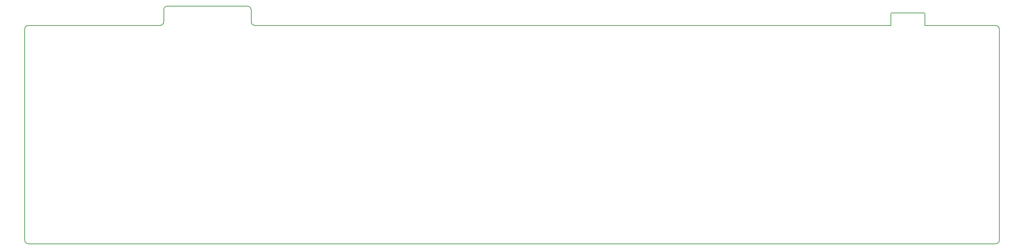
<source format=gm1>
G04 #@! TF.GenerationSoftware,KiCad,Pcbnew,(5.1.5-0-10_14)*
G04 #@! TF.CreationDate,2021-05-19T21:25:41+03:00*
G04 #@! TF.ProjectId,PRKL30,50524b4c-3330-42e6-9b69-6361645f7063,rev?*
G04 #@! TF.SameCoordinates,Original*
G04 #@! TF.FileFunction,Profile,NP*
%FSLAX46Y46*%
G04 Gerber Fmt 4.6, Leading zero omitted, Abs format (unit mm)*
G04 Created by KiCad (PCBNEW (5.1.5-0-10_14)) date 2021-05-19 21:25:41*
%MOMM*%
%LPD*%
G04 APERTURE LIST*
%ADD10C,0.150000*%
G04 APERTURE END LIST*
D10*
X88740000Y-56150000D02*
G75*
G02X87740000Y-57150000I-1000000J0D01*
G01*
X52380000Y-58140000D02*
G75*
G02X53380000Y-57140000I1000000J0D01*
G01*
X279050000Y-53832600D02*
X287550000Y-53832600D01*
X287750000Y-57150000D02*
X287750000Y-54032600D01*
X278850000Y-57150000D02*
X278850250Y-54042588D01*
X278850250Y-54042588D02*
G75*
G02X279050000Y-53832600I199750J9988D01*
G01*
X287550000Y-53832600D02*
G75*
G02X287750000Y-54032600I0J-200000D01*
G01*
X306230000Y-114300000D02*
X53370000Y-114299950D01*
X52380000Y-113300000D02*
X52380000Y-58140000D01*
X53380000Y-57140000D02*
X87740000Y-57150000D01*
X88740000Y-56150000D02*
X88740000Y-53070000D01*
X111590000Y-56150000D02*
X111590000Y-53075000D01*
X89740000Y-52070000D02*
X110590000Y-52079988D01*
X112590000Y-57150000D02*
X278850000Y-57150000D01*
X287750000Y-57150000D02*
X306200000Y-57150000D01*
X307200000Y-58150000D02*
X307230000Y-113300000D01*
X307230000Y-113300000D02*
G75*
G02X306230000Y-114300000I-1000000J0D01*
G01*
X53370000Y-114299950D02*
G75*
G02X52380000Y-113300000I10000J999950D01*
G01*
X112590000Y-57150000D02*
G75*
G02X111590000Y-56150000I0J1000000D01*
G01*
X110590000Y-52079988D02*
G75*
G02X111590000Y-53075000I0J-1000012D01*
G01*
X88740000Y-53070000D02*
G75*
G02X89740000Y-52070000I1000000J0D01*
G01*
X306200000Y-57150000D02*
G75*
G02X307200000Y-58150000I0J-1000000D01*
G01*
M02*

</source>
